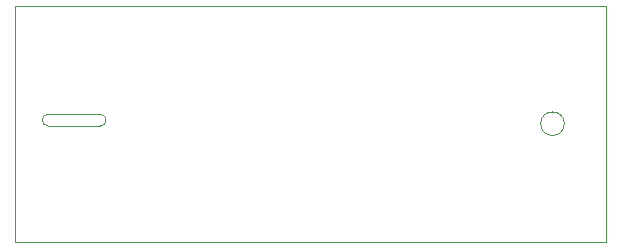
<source format=gm1>
G04 #@! TF.GenerationSoftware,KiCad,Pcbnew,8.0.5*
G04 #@! TF.CreationDate,2024-10-13T18:51:58+02:00*
G04 #@! TF.ProjectId,DCDC_converter,44434443-5f63-46f6-9e76-65727465722e,rev?*
G04 #@! TF.SameCoordinates,Original*
G04 #@! TF.FileFunction,Profile,NP*
%FSLAX46Y46*%
G04 Gerber Fmt 4.6, Leading zero omitted, Abs format (unit mm)*
G04 Created by KiCad (PCBNEW 8.0.5) date 2024-10-13 18:51:58*
%MOMM*%
%LPD*%
G01*
G04 APERTURE LIST*
G04 #@! TA.AperFunction,Profile*
%ADD10C,0.050000*%
G04 #@! TD*
G04 APERTURE END LIST*
D10*
X96500000Y-60000000D02*
G75*
G02*
X94500000Y-60000000I-1000000J0D01*
G01*
X94500000Y-60000000D02*
G75*
G02*
X96500000Y-60000000I1000000J0D01*
G01*
X52800000Y-60200000D02*
G75*
G02*
X52800000Y-59200000I0J500000D01*
G01*
X57200000Y-59200000D02*
G75*
G02*
X57200000Y-60200000I0J-500000D01*
G01*
X57200000Y-60200000D02*
X52800000Y-60200000D01*
X52800000Y-59200000D02*
X57200000Y-59200000D01*
X100000000Y-70000000D02*
X50000000Y-70000000D01*
X100000000Y-50000000D02*
X100000000Y-70000000D01*
X50000000Y-50000000D02*
X100000000Y-50000000D01*
X50000000Y-70000000D02*
X50000000Y-50000000D01*
M02*

</source>
